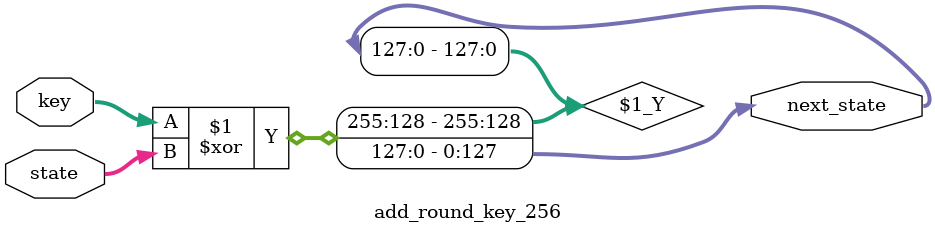
<source format=v>

module add_round_key_256(state,key,next_state);
    input [0:255] key;
    input [0:127] state;
    output [0:127] next_state;
    assign next_state =key^state;
endmodule

</source>
